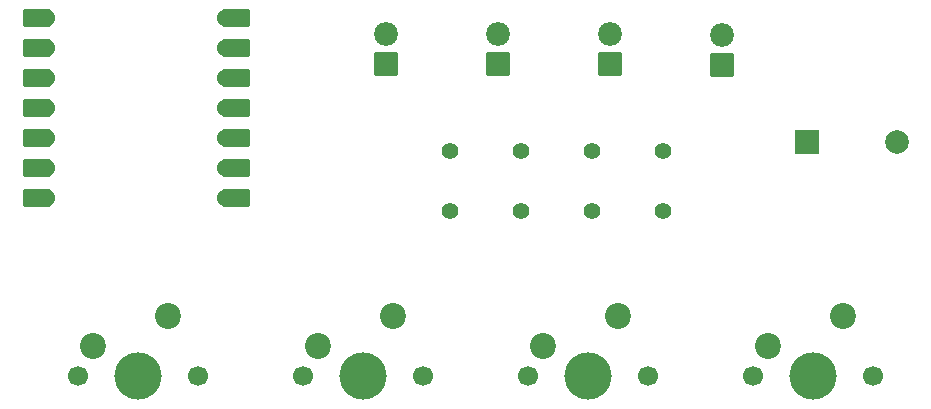
<source format=gbr>
%TF.GenerationSoftware,KiCad,Pcbnew,9.0.2*%
%TF.CreationDate,2025-08-01T16:28:32+05:30*%
%TF.ProjectId,xiao-timer,7869616f-2d74-4696-9d65-722e6b696361,rev?*%
%TF.SameCoordinates,Original*%
%TF.FileFunction,Soldermask,Top*%
%TF.FilePolarity,Negative*%
%FSLAX46Y46*%
G04 Gerber Fmt 4.6, Leading zero omitted, Abs format (unit mm)*
G04 Created by KiCad (PCBNEW 9.0.2) date 2025-08-01 16:28:32*
%MOMM*%
%LPD*%
G01*
G04 APERTURE LIST*
G04 Aperture macros list*
%AMRoundRect*
0 Rectangle with rounded corners*
0 $1 Rounding radius*
0 $2 $3 $4 $5 $6 $7 $8 $9 X,Y pos of 4 corners*
0 Add a 4 corners polygon primitive as box body*
4,1,4,$2,$3,$4,$5,$6,$7,$8,$9,$2,$3,0*
0 Add four circle primitives for the rounded corners*
1,1,$1+$1,$2,$3*
1,1,$1+$1,$4,$5*
1,1,$1+$1,$6,$7*
1,1,$1+$1,$8,$9*
0 Add four rect primitives between the rounded corners*
20,1,$1+$1,$2,$3,$4,$5,0*
20,1,$1+$1,$4,$5,$6,$7,0*
20,1,$1+$1,$6,$7,$8,$9,0*
20,1,$1+$1,$8,$9,$2,$3,0*%
G04 Aperture macros list end*
%ADD10C,2.019000*%
%ADD11RoundRect,0.102000X0.907500X-0.907500X0.907500X0.907500X-0.907500X0.907500X-0.907500X-0.907500X0*%
%ADD12C,1.400000*%
%ADD13C,1.700000*%
%ADD14C,4.000000*%
%ADD15C,2.200000*%
%ADD16RoundRect,0.152400X1.063600X0.609600X-1.063600X0.609600X-1.063600X-0.609600X1.063600X-0.609600X0*%
%ADD17C,1.524000*%
%ADD18RoundRect,0.152400X-1.063600X-0.609600X1.063600X-0.609600X1.063600X0.609600X-1.063600X0.609600X0*%
%ADD19R,2.000000X2.000000*%
%ADD20C,2.000000*%
G04 APERTURE END LIST*
D10*
%TO.C,D2*%
X120989859Y-69439572D03*
D11*
X120989859Y-71979572D03*
%TD*%
D10*
%TO.C,D1*%
X111499788Y-69439572D03*
D11*
X111499788Y-71979572D03*
%TD*%
D10*
%TO.C,D3*%
X130479929Y-69439572D03*
D11*
X130479929Y-71979572D03*
%TD*%
D12*
%TO.C,R2*%
X122944417Y-84432500D03*
X122944417Y-79352500D03*
%TD*%
D13*
%TO.C,SW3*%
X123507500Y-98400000D03*
D14*
X128587500Y-98400000D03*
D13*
X133667500Y-98400000D03*
D15*
X131127500Y-93320000D03*
X124777500Y-95860000D03*
%TD*%
D16*
%TO.C,U1*%
X81915000Y-68158500D03*
D17*
X82750000Y-68158500D03*
D16*
X81915000Y-70698500D03*
D17*
X82750000Y-70698500D03*
D16*
X81915000Y-73238500D03*
D17*
X82750000Y-73238500D03*
D16*
X81915000Y-75778500D03*
D17*
X82750000Y-75778500D03*
D16*
X81915000Y-78318500D03*
D17*
X82750000Y-78318500D03*
D16*
X81915000Y-80858500D03*
D17*
X82750000Y-80858500D03*
D16*
X81915000Y-83398500D03*
D17*
X82750000Y-83398500D03*
X97990000Y-83398500D03*
D18*
X98825000Y-83398500D03*
D17*
X97990000Y-80858500D03*
D18*
X98825000Y-80858500D03*
D17*
X97990000Y-78318500D03*
D18*
X98825000Y-78318500D03*
D17*
X97990000Y-75778500D03*
D18*
X98825000Y-75778500D03*
D17*
X97990000Y-73238500D03*
D18*
X98825000Y-73238500D03*
D17*
X97990000Y-70698500D03*
D18*
X98825000Y-70698500D03*
D17*
X97990000Y-68158500D03*
D18*
X98825000Y-68158500D03*
%TD*%
D12*
%TO.C,R3*%
X128955083Y-84432500D03*
X128955083Y-79352500D03*
%TD*%
D10*
%TO.C,D4*%
X139970000Y-69560000D03*
D11*
X139970000Y-72100000D03*
%TD*%
D19*
%TO.C,BZ1*%
X147181250Y-78581250D03*
D20*
X154781250Y-78581250D03*
%TD*%
D13*
%TO.C,SW1*%
X85407500Y-98400000D03*
D14*
X90487500Y-98400000D03*
D13*
X95567500Y-98400000D03*
D15*
X93027500Y-93320000D03*
X86677500Y-95860000D03*
%TD*%
D13*
%TO.C,SW4*%
X142557500Y-98400000D03*
D14*
X147637500Y-98400000D03*
D13*
X152717500Y-98400000D03*
D15*
X150177500Y-93320000D03*
X143827500Y-95860000D03*
%TD*%
D12*
%TO.C,R4*%
X134965750Y-84432500D03*
X134965750Y-79352500D03*
%TD*%
%TO.C,R1*%
X116933750Y-84432500D03*
X116933750Y-79352500D03*
%TD*%
D13*
%TO.C,SW2*%
X104457500Y-98400000D03*
D14*
X109537500Y-98400000D03*
D13*
X114617500Y-98400000D03*
D15*
X112077500Y-93320000D03*
X105727500Y-95860000D03*
%TD*%
M02*

</source>
